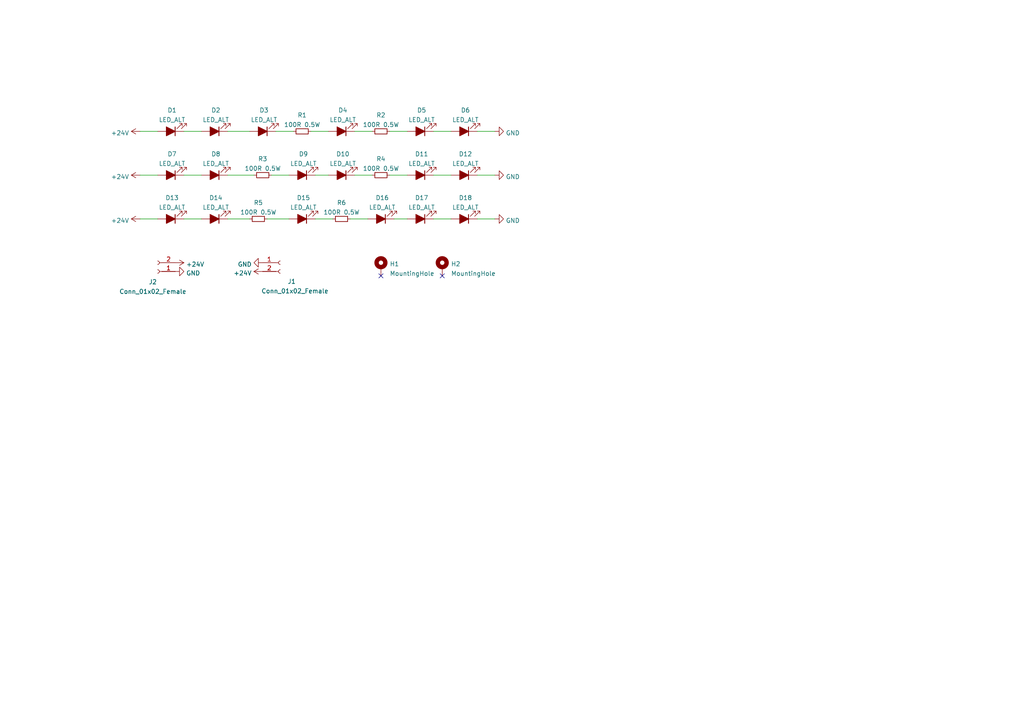
<source format=kicad_sch>
(kicad_sch (version 20211123) (generator eeschema)

  (uuid ffae2730-2409-4a52-a3a6-82e57daee1eb)

  (paper "A4")

  (lib_symbols
    (symbol "Connector:Conn_01x02_Female" (pin_names (offset 1.016) hide) (in_bom yes) (on_board yes)
      (property "Reference" "J" (id 0) (at 0 2.54 0)
        (effects (font (size 1.27 1.27)))
      )
      (property "Value" "Conn_01x02_Female" (id 1) (at 0 -5.08 0)
        (effects (font (size 1.27 1.27)))
      )
      (property "Footprint" "" (id 2) (at 0 0 0)
        (effects (font (size 1.27 1.27)) hide)
      )
      (property "Datasheet" "~" (id 3) (at 0 0 0)
        (effects (font (size 1.27 1.27)) hide)
      )
      (property "ki_keywords" "connector" (id 4) (at 0 0 0)
        (effects (font (size 1.27 1.27)) hide)
      )
      (property "ki_description" "Generic connector, single row, 01x02, script generated (kicad-library-utils/schlib/autogen/connector/)" (id 5) (at 0 0 0)
        (effects (font (size 1.27 1.27)) hide)
      )
      (property "ki_fp_filters" "Connector*:*_1x??_*" (id 6) (at 0 0 0)
        (effects (font (size 1.27 1.27)) hide)
      )
      (symbol "Conn_01x02_Female_1_1"
        (arc (start 0 -2.032) (mid -0.508 -2.54) (end 0 -3.048)
          (stroke (width 0.1524) (type default) (color 0 0 0 0))
          (fill (type none))
        )
        (polyline
          (pts
            (xy -1.27 -2.54)
            (xy -0.508 -2.54)
          )
          (stroke (width 0.1524) (type default) (color 0 0 0 0))
          (fill (type none))
        )
        (polyline
          (pts
            (xy -1.27 0)
            (xy -0.508 0)
          )
          (stroke (width 0.1524) (type default) (color 0 0 0 0))
          (fill (type none))
        )
        (arc (start 0 0.508) (mid -0.508 0) (end 0 -0.508)
          (stroke (width 0.1524) (type default) (color 0 0 0 0))
          (fill (type none))
        )
        (pin passive line (at -5.08 0 0) (length 3.81)
          (name "Pin_1" (effects (font (size 1.27 1.27))))
          (number "1" (effects (font (size 1.27 1.27))))
        )
        (pin passive line (at -5.08 -2.54 0) (length 3.81)
          (name "Pin_2" (effects (font (size 1.27 1.27))))
          (number "2" (effects (font (size 1.27 1.27))))
        )
      )
    )
    (symbol "Device:LED_ALT" (pin_numbers hide) (pin_names (offset 1.016) hide) (in_bom yes) (on_board yes)
      (property "Reference" "D" (id 0) (at 0 2.54 0)
        (effects (font (size 1.27 1.27)))
      )
      (property "Value" "LED_ALT" (id 1) (at 0 -2.54 0)
        (effects (font (size 1.27 1.27)))
      )
      (property "Footprint" "" (id 2) (at 0 0 0)
        (effects (font (size 1.27 1.27)) hide)
      )
      (property "Datasheet" "~" (id 3) (at 0 0 0)
        (effects (font (size 1.27 1.27)) hide)
      )
      (property "ki_keywords" "LED diode" (id 4) (at 0 0 0)
        (effects (font (size 1.27 1.27)) hide)
      )
      (property "ki_description" "Light emitting diode, filled shape" (id 5) (at 0 0 0)
        (effects (font (size 1.27 1.27)) hide)
      )
      (property "ki_fp_filters" "LED* LED_SMD:* LED_THT:*" (id 6) (at 0 0 0)
        (effects (font (size 1.27 1.27)) hide)
      )
      (symbol "LED_ALT_0_1"
        (polyline
          (pts
            (xy -1.27 -1.27)
            (xy -1.27 1.27)
          )
          (stroke (width 0.254) (type default) (color 0 0 0 0))
          (fill (type none))
        )
        (polyline
          (pts
            (xy -1.27 0)
            (xy 1.27 0)
          )
          (stroke (width 0) (type default) (color 0 0 0 0))
          (fill (type none))
        )
        (polyline
          (pts
            (xy 1.27 -1.27)
            (xy 1.27 1.27)
            (xy -1.27 0)
            (xy 1.27 -1.27)
          )
          (stroke (width 0.254) (type default) (color 0 0 0 0))
          (fill (type outline))
        )
        (polyline
          (pts
            (xy -3.048 -0.762)
            (xy -4.572 -2.286)
            (xy -3.81 -2.286)
            (xy -4.572 -2.286)
            (xy -4.572 -1.524)
          )
          (stroke (width 0) (type default) (color 0 0 0 0))
          (fill (type none))
        )
        (polyline
          (pts
            (xy -1.778 -0.762)
            (xy -3.302 -2.286)
            (xy -2.54 -2.286)
            (xy -3.302 -2.286)
            (xy -3.302 -1.524)
          )
          (stroke (width 0) (type default) (color 0 0 0 0))
          (fill (type none))
        )
      )
      (symbol "LED_ALT_1_1"
        (pin passive line (at -3.81 0 0) (length 2.54)
          (name "K" (effects (font (size 1.27 1.27))))
          (number "1" (effects (font (size 1.27 1.27))))
        )
        (pin passive line (at 3.81 0 180) (length 2.54)
          (name "A" (effects (font (size 1.27 1.27))))
          (number "2" (effects (font (size 1.27 1.27))))
        )
      )
    )
    (symbol "Device:R_Small" (pin_numbers hide) (pin_names (offset 0.254) hide) (in_bom yes) (on_board yes)
      (property "Reference" "R" (id 0) (at 0.762 0.508 0)
        (effects (font (size 1.27 1.27)) (justify left))
      )
      (property "Value" "R_Small" (id 1) (at 0.762 -1.016 0)
        (effects (font (size 1.27 1.27)) (justify left))
      )
      (property "Footprint" "" (id 2) (at 0 0 0)
        (effects (font (size 1.27 1.27)) hide)
      )
      (property "Datasheet" "~" (id 3) (at 0 0 0)
        (effects (font (size 1.27 1.27)) hide)
      )
      (property "ki_keywords" "R resistor" (id 4) (at 0 0 0)
        (effects (font (size 1.27 1.27)) hide)
      )
      (property "ki_description" "Resistor, small symbol" (id 5) (at 0 0 0)
        (effects (font (size 1.27 1.27)) hide)
      )
      (property "ki_fp_filters" "R_*" (id 6) (at 0 0 0)
        (effects (font (size 1.27 1.27)) hide)
      )
      (symbol "R_Small_0_1"
        (rectangle (start -0.762 1.778) (end 0.762 -1.778)
          (stroke (width 0.2032) (type default) (color 0 0 0 0))
          (fill (type none))
        )
      )
      (symbol "R_Small_1_1"
        (pin passive line (at 0 2.54 270) (length 0.762)
          (name "~" (effects (font (size 1.27 1.27))))
          (number "1" (effects (font (size 1.27 1.27))))
        )
        (pin passive line (at 0 -2.54 90) (length 0.762)
          (name "~" (effects (font (size 1.27 1.27))))
          (number "2" (effects (font (size 1.27 1.27))))
        )
      )
    )
    (symbol "Mechanical:MountingHole_Pad" (pin_numbers hide) (pin_names (offset 1.016) hide) (in_bom yes) (on_board yes)
      (property "Reference" "H" (id 0) (at 0 6.35 0)
        (effects (font (size 1.27 1.27)))
      )
      (property "Value" "MountingHole_Pad" (id 1) (at 0 4.445 0)
        (effects (font (size 1.27 1.27)))
      )
      (property "Footprint" "" (id 2) (at 0 0 0)
        (effects (font (size 1.27 1.27)) hide)
      )
      (property "Datasheet" "~" (id 3) (at 0 0 0)
        (effects (font (size 1.27 1.27)) hide)
      )
      (property "ki_keywords" "mounting hole" (id 4) (at 0 0 0)
        (effects (font (size 1.27 1.27)) hide)
      )
      (property "ki_description" "Mounting Hole with connection" (id 5) (at 0 0 0)
        (effects (font (size 1.27 1.27)) hide)
      )
      (property "ki_fp_filters" "MountingHole*Pad*" (id 6) (at 0 0 0)
        (effects (font (size 1.27 1.27)) hide)
      )
      (symbol "MountingHole_Pad_0_1"
        (circle (center 0 1.27) (radius 1.27)
          (stroke (width 1.27) (type default) (color 0 0 0 0))
          (fill (type none))
        )
      )
      (symbol "MountingHole_Pad_1_1"
        (pin input line (at 0 -2.54 90) (length 2.54)
          (name "1" (effects (font (size 1.27 1.27))))
          (number "1" (effects (font (size 1.27 1.27))))
        )
      )
    )
    (symbol "power:+24V" (power) (pin_names (offset 0)) (in_bom yes) (on_board yes)
      (property "Reference" "#PWR" (id 0) (at 0 -3.81 0)
        (effects (font (size 1.27 1.27)) hide)
      )
      (property "Value" "+24V" (id 1) (at 0 3.556 0)
        (effects (font (size 1.27 1.27)))
      )
      (property "Footprint" "" (id 2) (at 0 0 0)
        (effects (font (size 1.27 1.27)) hide)
      )
      (property "Datasheet" "" (id 3) (at 0 0 0)
        (effects (font (size 1.27 1.27)) hide)
      )
      (property "ki_keywords" "power-flag" (id 4) (at 0 0 0)
        (effects (font (size 1.27 1.27)) hide)
      )
      (property "ki_description" "Power symbol creates a global label with name \"+24V\"" (id 5) (at 0 0 0)
        (effects (font (size 1.27 1.27)) hide)
      )
      (symbol "+24V_0_1"
        (polyline
          (pts
            (xy -0.762 1.27)
            (xy 0 2.54)
          )
          (stroke (width 0) (type default) (color 0 0 0 0))
          (fill (type none))
        )
        (polyline
          (pts
            (xy 0 0)
            (xy 0 2.54)
          )
          (stroke (width 0) (type default) (color 0 0 0 0))
          (fill (type none))
        )
        (polyline
          (pts
            (xy 0 2.54)
            (xy 0.762 1.27)
          )
          (stroke (width 0) (type default) (color 0 0 0 0))
          (fill (type none))
        )
      )
      (symbol "+24V_1_1"
        (pin power_in line (at 0 0 90) (length 0) hide
          (name "+24V" (effects (font (size 1.27 1.27))))
          (number "1" (effects (font (size 1.27 1.27))))
        )
      )
    )
    (symbol "power:GND" (power) (pin_names (offset 0)) (in_bom yes) (on_board yes)
      (property "Reference" "#PWR" (id 0) (at 0 -6.35 0)
        (effects (font (size 1.27 1.27)) hide)
      )
      (property "Value" "GND" (id 1) (at 0 -3.81 0)
        (effects (font (size 1.27 1.27)))
      )
      (property "Footprint" "" (id 2) (at 0 0 0)
        (effects (font (size 1.27 1.27)) hide)
      )
      (property "Datasheet" "" (id 3) (at 0 0 0)
        (effects (font (size 1.27 1.27)) hide)
      )
      (property "ki_keywords" "power-flag" (id 4) (at 0 0 0)
        (effects (font (size 1.27 1.27)) hide)
      )
      (property "ki_description" "Power symbol creates a global label with name \"GND\" , ground" (id 5) (at 0 0 0)
        (effects (font (size 1.27 1.27)) hide)
      )
      (symbol "GND_0_1"
        (polyline
          (pts
            (xy 0 0)
            (xy 0 -1.27)
            (xy 1.27 -1.27)
            (xy 0 -2.54)
            (xy -1.27 -1.27)
            (xy 0 -1.27)
          )
          (stroke (width 0) (type default) (color 0 0 0 0))
          (fill (type none))
        )
      )
      (symbol "GND_1_1"
        (pin power_in line (at 0 0 270) (length 0) hide
          (name "GND" (effects (font (size 1.27 1.27))))
          (number "1" (effects (font (size 1.27 1.27))))
        )
      )
    )
  )


  (no_connect (at 128.27 80.01) (uuid fee09b9f-5e2e-41f4-b3d6-58f4f86e1276))
  (no_connect (at 110.49 80.01) (uuid fee09b9f-5e2e-41f4-b3d6-58f4f86e1276))

  (wire (pts (xy 125.73 50.8) (xy 130.81 50.8))
    (stroke (width 0) (type default) (color 0 0 0 0))
    (uuid 10e5ec22-33c8-4202-9302-04911318194d)
  )
  (wire (pts (xy 113.03 50.8) (xy 118.11 50.8))
    (stroke (width 0) (type default) (color 0 0 0 0))
    (uuid 1f6d2afc-b6a5-48d2-b0f6-edf18efdaa7a)
  )
  (wire (pts (xy 77.47 63.5) (xy 83.82 63.5))
    (stroke (width 0) (type default) (color 0 0 0 0))
    (uuid 49edb152-dc25-4900-a746-fd05c9563994)
  )
  (wire (pts (xy 138.43 38.1) (xy 143.51 38.1))
    (stroke (width 0) (type default) (color 0 0 0 0))
    (uuid 50e3d772-53ed-42b0-9d02-33fa2bb3f485)
  )
  (wire (pts (xy 53.34 63.5) (xy 58.42 63.5))
    (stroke (width 0) (type default) (color 0 0 0 0))
    (uuid 5830bcaa-92fa-45ae-896f-638ab9cbfebc)
  )
  (wire (pts (xy 66.04 38.1) (xy 72.39 38.1))
    (stroke (width 0) (type default) (color 0 0 0 0))
    (uuid 6a090243-23d0-4d94-bc40-a08fc1587a93)
  )
  (wire (pts (xy 91.44 63.5) (xy 96.52 63.5))
    (stroke (width 0) (type default) (color 0 0 0 0))
    (uuid 6fc5f1b2-c131-42b2-aa27-a547bd909f16)
  )
  (wire (pts (xy 125.73 38.1) (xy 130.81 38.1))
    (stroke (width 0) (type default) (color 0 0 0 0))
    (uuid 874f4215-b491-4d50-86ba-93cb3429fd59)
  )
  (wire (pts (xy 40.64 63.5) (xy 45.72 63.5))
    (stroke (width 0) (type default) (color 0 0 0 0))
    (uuid 8b4cda90-f9cc-42f6-8e7a-569208f5a12c)
  )
  (wire (pts (xy 53.34 38.1) (xy 58.42 38.1))
    (stroke (width 0) (type default) (color 0 0 0 0))
    (uuid 8d24dd30-982c-4172-8312-aace0840516b)
  )
  (wire (pts (xy 91.44 50.8) (xy 95.25 50.8))
    (stroke (width 0) (type default) (color 0 0 0 0))
    (uuid 9278a8ed-b03a-4b8b-a086-8a3b84542815)
  )
  (wire (pts (xy 101.6 63.5) (xy 106.68 63.5))
    (stroke (width 0) (type default) (color 0 0 0 0))
    (uuid 967a411f-15cf-47eb-a8f7-988855eb14eb)
  )
  (wire (pts (xy 78.74 50.8) (xy 83.82 50.8))
    (stroke (width 0) (type default) (color 0 0 0 0))
    (uuid 9bd092f9-dcb2-402d-b2bc-a7e7f0ac8ffe)
  )
  (wire (pts (xy 138.43 50.8) (xy 143.51 50.8))
    (stroke (width 0) (type default) (color 0 0 0 0))
    (uuid a18642d7-a249-4795-b0d4-68e69d9c3f93)
  )
  (wire (pts (xy 138.43 63.5) (xy 143.51 63.5))
    (stroke (width 0) (type default) (color 0 0 0 0))
    (uuid bbe406c5-26e0-400f-aefe-c8f342ff1592)
  )
  (wire (pts (xy 40.64 38.1) (xy 45.72 38.1))
    (stroke (width 0) (type default) (color 0 0 0 0))
    (uuid c065514e-444c-432d-b092-364a738b0278)
  )
  (wire (pts (xy 102.87 38.1) (xy 107.95 38.1))
    (stroke (width 0) (type default) (color 0 0 0 0))
    (uuid c3db5503-674d-4f7f-9410-42ca6ea10b70)
  )
  (wire (pts (xy 114.3 63.5) (xy 118.11 63.5))
    (stroke (width 0) (type default) (color 0 0 0 0))
    (uuid c5be655f-7437-409c-a3ce-34a1723f52f9)
  )
  (wire (pts (xy 90.17 38.1) (xy 95.25 38.1))
    (stroke (width 0) (type default) (color 0 0 0 0))
    (uuid c7e226ad-ab12-477d-9992-12d58ccab4d1)
  )
  (wire (pts (xy 102.87 50.8) (xy 107.95 50.8))
    (stroke (width 0) (type default) (color 0 0 0 0))
    (uuid cc362835-8f99-440f-ae5d-b64cf6b499c5)
  )
  (wire (pts (xy 66.04 63.5) (xy 72.39 63.5))
    (stroke (width 0) (type default) (color 0 0 0 0))
    (uuid d2ea1f06-7c83-4efd-8059-548659db7f64)
  )
  (wire (pts (xy 125.73 63.5) (xy 130.81 63.5))
    (stroke (width 0) (type default) (color 0 0 0 0))
    (uuid d5567e33-389b-4f68-a0d5-4a948e7d45b2)
  )
  (wire (pts (xy 53.34 50.8) (xy 58.42 50.8))
    (stroke (width 0) (type default) (color 0 0 0 0))
    (uuid d7babace-f110-44bd-87ec-48ef07556be5)
  )
  (wire (pts (xy 66.04 50.8) (xy 73.66 50.8))
    (stroke (width 0) (type default) (color 0 0 0 0))
    (uuid e71d1780-af9e-42e8-9c90-208f95ee8e0b)
  )
  (wire (pts (xy 40.64 50.8) (xy 45.72 50.8))
    (stroke (width 0) (type default) (color 0 0 0 0))
    (uuid e79f46f4-f769-470f-888e-26dc42aebd46)
  )
  (wire (pts (xy 113.03 38.1) (xy 118.11 38.1))
    (stroke (width 0) (type default) (color 0 0 0 0))
    (uuid f5c3576f-f1fe-402d-a93f-4ce218fb3b81)
  )
  (wire (pts (xy 80.01 38.1) (xy 85.09 38.1))
    (stroke (width 0) (type default) (color 0 0 0 0))
    (uuid ffa8e230-7060-41c4-9129-62c3412cbd14)
  )

  (symbol (lib_id "Connector:Conn_01x02_Female") (at 45.72 78.74 180) (unit 1)
    (in_bom yes) (on_board yes)
    (uuid 0254d6dc-cd85-4486-81eb-8cfed05470db)
    (property "Reference" "J2" (id 0) (at 44.3357 81.7839 0))
    (property "Value" "Conn_01x02_Female" (id 1) (at 44.3357 84.559 0))
    (property "Footprint" "Daylight:PinHeader_1x02_P2.54mm_Horizontal" (id 2) (at 45.72 78.74 0)
      (effects (font (size 1.27 1.27)) hide)
    )
    (property "Datasheet" "~" (id 3) (at 45.72 78.74 0)
      (effects (font (size 1.27 1.27)) hide)
    )
    (pin "1" (uuid 81d5fff5-2ce6-48b1-820b-dd1f4effbbc4))
    (pin "2" (uuid 17ee3d61-0dd7-468b-844d-8fad315777a8))
  )

  (symbol (lib_id "Device:LED_ALT") (at 62.23 50.8 180) (unit 1)
    (in_bom yes) (on_board yes) (fields_autoplaced)
    (uuid 06d84841-b2cb-4f7a-9b7e-23d6cc512d11)
    (property "Reference" "D8" (id 0) (at 62.6109 44.6745 0))
    (property "Value" "LED_ALT" (id 1) (at 62.6109 47.4496 0))
    (property "Footprint" "Daylight:LED_PLCC_2835_Handsoldering_flipped" (id 2) (at 62.23 50.8 0)
      (effects (font (size 1.27 1.27)) hide)
    )
    (property "Datasheet" "~" (id 3) (at 62.23 50.8 0)
      (effects (font (size 1.27 1.27)) hide)
    )
    (property "LCSC" "C182223" (id 4) (at 49.53 38.1 0)
      (effects (font (size 1.27 1.27)) hide)
    )
    (pin "1" (uuid 637d6a13-8db2-407d-a9fc-b8100f906248))
    (pin "2" (uuid b1eceb03-ecf9-4e6e-ba05-d127920dcc69))
  )

  (symbol (lib_id "Device:LED_ALT") (at 49.53 63.5 180) (unit 1)
    (in_bom yes) (on_board yes) (fields_autoplaced)
    (uuid 087addda-d5cd-4969-a211-d4995e81a91e)
    (property "Reference" "D13" (id 0) (at 49.9109 57.3745 0))
    (property "Value" "LED_ALT" (id 1) (at 49.9109 60.1496 0))
    (property "Footprint" "Daylight:LED_PLCC_2835_Handsoldering_flipped" (id 2) (at 49.53 63.5 0)
      (effects (font (size 1.27 1.27)) hide)
    )
    (property "Datasheet" "~" (id 3) (at 49.53 63.5 0)
      (effects (font (size 1.27 1.27)) hide)
    )
    (property "LCSC" "C182223" (id 4) (at 49.53 38.1 0)
      (effects (font (size 1.27 1.27)) hide)
    )
    (pin "1" (uuid 810e03ae-54f1-4941-8ea0-86809a178254))
    (pin "2" (uuid e1b61cd2-0ca8-4c61-b3b1-9ab1514289c1))
  )

  (symbol (lib_id "power:GND") (at 143.51 50.8 90) (unit 1)
    (in_bom yes) (on_board yes) (fields_autoplaced)
    (uuid 0aa48c9f-d4b9-4c14-98e0-b3c2cbdd1566)
    (property "Reference" "#PWR0102" (id 0) (at 149.86 50.8 0)
      (effects (font (size 1.27 1.27)) hide)
    )
    (property "Value" "GND" (id 1) (at 146.685 51.279 90)
      (effects (font (size 1.27 1.27)) (justify right))
    )
    (property "Footprint" "" (id 2) (at 143.51 50.8 0)
      (effects (font (size 1.27 1.27)) hide)
    )
    (property "Datasheet" "" (id 3) (at 143.51 50.8 0)
      (effects (font (size 1.27 1.27)) hide)
    )
    (pin "1" (uuid 8d4ceb3e-b340-41cc-949c-b627fda33a84))
  )

  (symbol (lib_id "power:GND") (at 143.51 63.5 90) (unit 1)
    (in_bom yes) (on_board yes) (fields_autoplaced)
    (uuid 0df9047c-7fb7-4ad1-b10c-290140af856d)
    (property "Reference" "#PWR0103" (id 0) (at 149.86 63.5 0)
      (effects (font (size 1.27 1.27)) hide)
    )
    (property "Value" "GND" (id 1) (at 146.685 63.979 90)
      (effects (font (size 1.27 1.27)) (justify right))
    )
    (property "Footprint" "" (id 2) (at 143.51 63.5 0)
      (effects (font (size 1.27 1.27)) hide)
    )
    (property "Datasheet" "" (id 3) (at 143.51 63.5 0)
      (effects (font (size 1.27 1.27)) hide)
    )
    (pin "1" (uuid 14bf96a6-01e0-4315-8407-b83fc8c06e4d))
  )

  (symbol (lib_id "Device:R_Small") (at 74.93 63.5 270) (unit 1)
    (in_bom yes) (on_board yes) (fields_autoplaced)
    (uuid 1242236b-2e74-4c5a-89db-9f6c74b5a4cc)
    (property "Reference" "R5" (id 0) (at 74.93 58.7969 90))
    (property "Value" "100R 0.5W" (id 1) (at 74.93 61.572 90))
    (property "Footprint" "Daylight:R_1210_3225Metric_Pad1.30x2.65mm_HandSolder" (id 2) (at 74.93 63.5 0)
      (effects (font (size 1.27 1.27)) hide)
    )
    (property "Datasheet" "~" (id 3) (at 74.93 63.5 0)
      (effects (font (size 1.27 1.27)) hide)
    )
    (property "LCSC" "C137089" (id 4) (at 49.53 38.1 0)
      (effects (font (size 1.27 1.27)) hide)
    )
    (pin "1" (uuid eaf7024a-cfec-4fa3-b7bb-0c333d511f3d))
    (pin "2" (uuid 62fa2b92-0304-4835-b02a-6a20ce580e11))
  )

  (symbol (lib_id "power:GND") (at 50.8 78.74 90) (unit 1)
    (in_bom yes) (on_board yes) (fields_autoplaced)
    (uuid 15200114-c51a-4499-97e2-8f516170757e)
    (property "Reference" "#PWR0107" (id 0) (at 57.15 78.74 0)
      (effects (font (size 1.27 1.27)) hide)
    )
    (property "Value" "GND" (id 1) (at 53.975 79.219 90)
      (effects (font (size 1.27 1.27)) (justify right))
    )
    (property "Footprint" "" (id 2) (at 50.8 78.74 0)
      (effects (font (size 1.27 1.27)) hide)
    )
    (property "Datasheet" "" (id 3) (at 50.8 78.74 0)
      (effects (font (size 1.27 1.27)) hide)
    )
    (pin "1" (uuid 8f563896-33e4-4970-82b8-ba10452d871d))
  )

  (symbol (lib_id "Device:LED_ALT") (at 134.62 63.5 180) (unit 1)
    (in_bom yes) (on_board yes) (fields_autoplaced)
    (uuid 1590b949-7fd4-4fa5-a297-204f463d5508)
    (property "Reference" "D18" (id 0) (at 135.0009 57.3745 0))
    (property "Value" "LED_ALT" (id 1) (at 135.0009 60.1496 0))
    (property "Footprint" "Daylight:LED_PLCC_2835_Handsoldering_flipped" (id 2) (at 134.62 63.5 0)
      (effects (font (size 1.27 1.27)) hide)
    )
    (property "Datasheet" "~" (id 3) (at 134.62 63.5 0)
      (effects (font (size 1.27 1.27)) hide)
    )
    (property "LCSC" "C182223" (id 4) (at 49.53 38.1 0)
      (effects (font (size 1.27 1.27)) hide)
    )
    (pin "1" (uuid 4acded86-0296-4828-9c86-06768c4e3c61))
    (pin "2" (uuid d30c9e61-08e4-453a-a0ec-8a5b87475dba))
  )

  (symbol (lib_id "Device:LED_ALT") (at 110.49 63.5 180) (unit 1)
    (in_bom yes) (on_board yes) (fields_autoplaced)
    (uuid 1cf6ee47-95e2-4dfb-a9ac-e7498c710993)
    (property "Reference" "D16" (id 0) (at 110.8709 57.3745 0))
    (property "Value" "LED_ALT" (id 1) (at 110.8709 60.1496 0))
    (property "Footprint" "Daylight:LED_PLCC_2835_Handsoldering_flipped" (id 2) (at 110.49 63.5 0)
      (effects (font (size 1.27 1.27)) hide)
    )
    (property "Datasheet" "~" (id 3) (at 110.49 63.5 0)
      (effects (font (size 1.27 1.27)) hide)
    )
    (property "LCSC" "C182223" (id 4) (at 49.53 38.1 0)
      (effects (font (size 1.27 1.27)) hide)
    )
    (pin "1" (uuid 30eb317e-36e9-4c2c-b0df-fe06a90b5565))
    (pin "2" (uuid 38bc3bdf-76fb-4d07-964a-c54ff47569e1))
  )

  (symbol (lib_id "Device:LED_ALT") (at 76.2 38.1 180) (unit 1)
    (in_bom yes) (on_board yes) (fields_autoplaced)
    (uuid 29f3b13e-9806-46e5-a45b-c53319e5cc93)
    (property "Reference" "D3" (id 0) (at 76.5809 31.9745 0))
    (property "Value" "LED_ALT" (id 1) (at 76.5809 34.7496 0))
    (property "Footprint" "Daylight:LED_PLCC_2835_Handsoldering_flipped" (id 2) (at 76.2 38.1 0)
      (effects (font (size 1.27 1.27)) hide)
    )
    (property "Datasheet" "~" (id 3) (at 76.2 38.1 0)
      (effects (font (size 1.27 1.27)) hide)
    )
    (property "LCSC" "C182223" (id 4) (at 49.53 38.1 0)
      (effects (font (size 1.27 1.27)) hide)
    )
    (pin "1" (uuid 3d78f2ed-2ef7-4ade-9f0a-ca261e4395f8))
    (pin "2" (uuid 10016b56-2e31-4f8f-a883-f0f10d942de1))
  )

  (symbol (lib_id "Device:LED_ALT") (at 87.63 50.8 180) (unit 1)
    (in_bom yes) (on_board yes) (fields_autoplaced)
    (uuid 35d0be1e-11a3-4f13-baad-8e3f7657e47c)
    (property "Reference" "D9" (id 0) (at 88.0109 44.6745 0))
    (property "Value" "LED_ALT" (id 1) (at 88.0109 47.4496 0))
    (property "Footprint" "Daylight:LED_PLCC_2835_Handsoldering_flipped" (id 2) (at 87.63 50.8 0)
      (effects (font (size 1.27 1.27)) hide)
    )
    (property "Datasheet" "~" (id 3) (at 87.63 50.8 0)
      (effects (font (size 1.27 1.27)) hide)
    )
    (property "LCSC" "C182223" (id 4) (at 49.53 38.1 0)
      (effects (font (size 1.27 1.27)) hide)
    )
    (pin "1" (uuid 1d2d82e9-8258-48b1-9b1a-a3531b9f106a))
    (pin "2" (uuid 3e9239ca-77f4-40d1-abbc-a5f3ed2e2249))
  )

  (symbol (lib_id "Device:LED_ALT") (at 62.23 38.1 180) (unit 1)
    (in_bom yes) (on_board yes) (fields_autoplaced)
    (uuid 37e34f3c-dc44-4cec-a342-5b746a2dad87)
    (property "Reference" "D2" (id 0) (at 62.6109 31.9745 0))
    (property "Value" "LED_ALT" (id 1) (at 62.6109 34.7496 0))
    (property "Footprint" "Daylight:LED_PLCC_2835_Handsoldering_flipped" (id 2) (at 62.23 38.1 0)
      (effects (font (size 1.27 1.27)) hide)
    )
    (property "Datasheet" "~" (id 3) (at 62.23 38.1 0)
      (effects (font (size 1.27 1.27)) hide)
    )
    (property "LCSC" "C182223" (id 4) (at 49.53 38.1 0)
      (effects (font (size 1.27 1.27)) hide)
    )
    (pin "1" (uuid b96935bf-0bb2-4667-8c0f-7c3daa19e305))
    (pin "2" (uuid eff25f74-3636-4f40-996e-9d25321484bf))
  )

  (symbol (lib_id "Device:R_Small") (at 76.2 50.8 270) (unit 1)
    (in_bom yes) (on_board yes) (fields_autoplaced)
    (uuid 38f008b9-2f3e-49f9-b56c-9e07a00c82b3)
    (property "Reference" "R3" (id 0) (at 76.2 46.0969 90))
    (property "Value" "100R 0.5W" (id 1) (at 76.2 48.872 90))
    (property "Footprint" "Daylight:R_1210_3225Metric_Pad1.30x2.65mm_HandSolder" (id 2) (at 76.2 50.8 0)
      (effects (font (size 1.27 1.27)) hide)
    )
    (property "Datasheet" "~" (id 3) (at 76.2 50.8 0)
      (effects (font (size 1.27 1.27)) hide)
    )
    (property "LCSC" "C137089" (id 4) (at 49.53 38.1 0)
      (effects (font (size 1.27 1.27)) hide)
    )
    (pin "1" (uuid 22fdb2d5-b580-4780-81d1-463972c6382f))
    (pin "2" (uuid 6ec26951-dd43-4458-bbe4-61d539481722))
  )

  (symbol (lib_id "Device:LED_ALT") (at 62.23 63.5 180) (unit 1)
    (in_bom yes) (on_board yes) (fields_autoplaced)
    (uuid 3997f850-eed3-42f5-99c7-5c4a7e3dfcc9)
    (property "Reference" "D14" (id 0) (at 62.6109 57.3745 0))
    (property "Value" "LED_ALT" (id 1) (at 62.6109 60.1496 0))
    (property "Footprint" "Daylight:LED_PLCC_2835_Handsoldering_flipped" (id 2) (at 62.23 63.5 0)
      (effects (font (size 1.27 1.27)) hide)
    )
    (property "Datasheet" "~" (id 3) (at 62.23 63.5 0)
      (effects (font (size 1.27 1.27)) hide)
    )
    (property "LCSC" "C182223" (id 4) (at 49.53 38.1 0)
      (effects (font (size 1.27 1.27)) hide)
    )
    (pin "1" (uuid 2184cd6c-1235-4ebd-9f42-94df93b020db))
    (pin "2" (uuid e1adfa75-9a25-45f3-8849-ba4a67af1e25))
  )

  (symbol (lib_id "Device:LED_ALT") (at 121.92 50.8 180) (unit 1)
    (in_bom yes) (on_board yes) (fields_autoplaced)
    (uuid 3a52a30a-2fec-46e7-97cd-fd60c0123483)
    (property "Reference" "D11" (id 0) (at 122.3009 44.6745 0))
    (property "Value" "LED_ALT" (id 1) (at 122.3009 47.4496 0))
    (property "Footprint" "Daylight:LED_PLCC_2835_Handsoldering_flipped" (id 2) (at 121.92 50.8 0)
      (effects (font (size 1.27 1.27)) hide)
    )
    (property "Datasheet" "~" (id 3) (at 121.92 50.8 0)
      (effects (font (size 1.27 1.27)) hide)
    )
    (property "LCSC" "C182223" (id 4) (at 49.53 38.1 0)
      (effects (font (size 1.27 1.27)) hide)
    )
    (pin "1" (uuid 74dd2304-c572-4540-b6fe-7b176d348661))
    (pin "2" (uuid 6c903a0e-b28e-4084-b309-41daee91899c))
  )

  (symbol (lib_id "power:+24V") (at 40.64 50.8 90) (unit 1)
    (in_bom yes) (on_board yes) (fields_autoplaced)
    (uuid 4368fbcc-22f4-40a5-b499-09551a302f2e)
    (property "Reference" "#PWR0105" (id 0) (at 44.45 50.8 0)
      (effects (font (size 1.27 1.27)) hide)
    )
    (property "Value" "+24V" (id 1) (at 37.465 51.279 90)
      (effects (font (size 1.27 1.27)) (justify left))
    )
    (property "Footprint" "" (id 2) (at 40.64 50.8 0)
      (effects (font (size 1.27 1.27)) hide)
    )
    (property "Datasheet" "" (id 3) (at 40.64 50.8 0)
      (effects (font (size 1.27 1.27)) hide)
    )
    (pin "1" (uuid 813549ac-406a-46c4-9748-e064063d652e))
  )

  (symbol (lib_id "Mechanical:MountingHole_Pad") (at 128.27 77.47 0) (unit 1)
    (in_bom no) (on_board yes) (fields_autoplaced)
    (uuid 467417df-54fa-4bae-86d9-b25a6339849f)
    (property "Reference" "H2" (id 0) (at 130.81 76.5615 0)
      (effects (font (size 1.27 1.27)) (justify left))
    )
    (property "Value" "MountingHole" (id 1) (at 130.81 79.3366 0)
      (effects (font (size 1.27 1.27)) (justify left))
    )
    (property "Footprint" "MountingHole:MountingHole_3.2mm_M3_Pad_Via" (id 2) (at 128.27 77.47 0)
      (effects (font (size 1.27 1.27)) hide)
    )
    (property "Datasheet" "~" (id 3) (at 128.27 77.47 0)
      (effects (font (size 1.27 1.27)) hide)
    )
    (pin "1" (uuid 42929db0-1935-46b8-b470-d61b03c5cdd2))
  )

  (symbol (lib_id "Device:LED_ALT") (at 49.53 38.1 180) (unit 1)
    (in_bom yes) (on_board yes) (fields_autoplaced)
    (uuid 5b4df7cd-3263-4b77-92ac-f299a3fa3156)
    (property "Reference" "D1" (id 0) (at 49.9109 31.9745 0))
    (property "Value" "LED_ALT" (id 1) (at 49.9109 34.7496 0))
    (property "Footprint" "Daylight:LED_PLCC_2835_Handsoldering_flipped" (id 2) (at 49.53 38.1 0)
      (effects (font (size 1.27 1.27)) hide)
    )
    (property "Datasheet" "~" (id 3) (at 49.53 38.1 0)
      (effects (font (size 1.27 1.27)) hide)
    )
    (property "LCSC" "C182223" (id 4) (at 49.53 38.1 0)
      (effects (font (size 1.27 1.27)) hide)
    )
    (pin "1" (uuid 8e5457ca-56a8-4f3d-a2bc-b072d0094f3a))
    (pin "2" (uuid 42223a26-32e3-4add-955b-735bbc22c74c))
  )

  (symbol (lib_id "Device:LED_ALT") (at 134.62 38.1 180) (unit 1)
    (in_bom yes) (on_board yes) (fields_autoplaced)
    (uuid 6075ff26-0bd1-4639-a3b7-30cdc88d4942)
    (property "Reference" "D6" (id 0) (at 135.0009 31.9745 0))
    (property "Value" "LED_ALT" (id 1) (at 135.0009 34.7496 0))
    (property "Footprint" "Daylight:LED_PLCC_2835_Handsoldering_flipped" (id 2) (at 134.62 38.1 0)
      (effects (font (size 1.27 1.27)) hide)
    )
    (property "Datasheet" "~" (id 3) (at 134.62 38.1 0)
      (effects (font (size 1.27 1.27)) hide)
    )
    (property "LCSC" "C182223" (id 4) (at 49.53 38.1 0)
      (effects (font (size 1.27 1.27)) hide)
    )
    (pin "1" (uuid e9b6b9e2-88f9-400b-87c6-591bf345dae7))
    (pin "2" (uuid 24f207e4-e7c9-438a-9063-c16cd5c1092b))
  )

  (symbol (lib_id "power:+24V") (at 76.2 78.74 90) (unit 1)
    (in_bom yes) (on_board yes) (fields_autoplaced)
    (uuid 670054fe-daa7-461d-9835-991e1706fd4b)
    (property "Reference" "#PWR0110" (id 0) (at 80.01 78.74 0)
      (effects (font (size 1.27 1.27)) hide)
    )
    (property "Value" "+24V" (id 1) (at 73.025 79.219 90)
      (effects (font (size 1.27 1.27)) (justify left))
    )
    (property "Footprint" "" (id 2) (at 76.2 78.74 0)
      (effects (font (size 1.27 1.27)) hide)
    )
    (property "Datasheet" "" (id 3) (at 76.2 78.74 0)
      (effects (font (size 1.27 1.27)) hide)
    )
    (pin "1" (uuid 7eefd352-412f-44f3-afba-a5db41ad9e86))
  )

  (symbol (lib_id "power:GND") (at 76.2 76.2 270) (unit 1)
    (in_bom yes) (on_board yes) (fields_autoplaced)
    (uuid 68f2f407-8038-4eae-b4be-410b8d45202b)
    (property "Reference" "#PWR0109" (id 0) (at 69.85 76.2 0)
      (effects (font (size 1.27 1.27)) hide)
    )
    (property "Value" "GND" (id 1) (at 73.025 76.679 90)
      (effects (font (size 1.27 1.27)) (justify right))
    )
    (property "Footprint" "" (id 2) (at 76.2 76.2 0)
      (effects (font (size 1.27 1.27)) hide)
    )
    (property "Datasheet" "" (id 3) (at 76.2 76.2 0)
      (effects (font (size 1.27 1.27)) hide)
    )
    (pin "1" (uuid a9f63523-f95c-4def-a398-3b03e385fc14))
  )

  (symbol (lib_id "power:+24V") (at 50.8 76.2 270) (unit 1)
    (in_bom yes) (on_board yes) (fields_autoplaced)
    (uuid 78371881-41f6-47b6-a2dd-62a0322cf4bf)
    (property "Reference" "#PWR0108" (id 0) (at 46.99 76.2 0)
      (effects (font (size 1.27 1.27)) hide)
    )
    (property "Value" "+24V" (id 1) (at 53.9749 76.679 90)
      (effects (font (size 1.27 1.27)) (justify left))
    )
    (property "Footprint" "" (id 2) (at 50.8 76.2 0)
      (effects (font (size 1.27 1.27)) hide)
    )
    (property "Datasheet" "" (id 3) (at 50.8 76.2 0)
      (effects (font (size 1.27 1.27)) hide)
    )
    (pin "1" (uuid 5d6bd54c-5288-4a8d-8ae8-853b550fbb85))
  )

  (symbol (lib_id "Device:LED_ALT") (at 134.62 50.8 180) (unit 1)
    (in_bom yes) (on_board yes) (fields_autoplaced)
    (uuid 7fbe4aa7-4ce4-4e66-931e-a3d15d8c7e2b)
    (property "Reference" "D12" (id 0) (at 135.0009 44.6745 0))
    (property "Value" "LED_ALT" (id 1) (at 135.0009 47.4496 0))
    (property "Footprint" "Daylight:LED_PLCC_2835_Handsoldering_flipped" (id 2) (at 134.62 50.8 0)
      (effects (font (size 1.27 1.27)) hide)
    )
    (property "Datasheet" "~" (id 3) (at 134.62 50.8 0)
      (effects (font (size 1.27 1.27)) hide)
    )
    (property "LCSC" "C182223" (id 4) (at 49.53 38.1 0)
      (effects (font (size 1.27 1.27)) hide)
    )
    (pin "1" (uuid d5d0cfea-e7f4-4986-ade5-2305a9002dcb))
    (pin "2" (uuid d32fe395-333b-4458-8458-6087b382decf))
  )

  (symbol (lib_id "Device:R_Small") (at 99.06 63.5 270) (unit 1)
    (in_bom yes) (on_board yes) (fields_autoplaced)
    (uuid 86e63c4f-5d2f-47fd-bb32-5ed5f1c821f0)
    (property "Reference" "R6" (id 0) (at 99.06 58.7969 90))
    (property "Value" "100R 0.5W" (id 1) (at 99.06 61.572 90))
    (property "Footprint" "Daylight:R_1210_3225Metric_Pad1.30x2.65mm_HandSolder" (id 2) (at 99.06 63.5 0)
      (effects (font (size 1.27 1.27)) hide)
    )
    (property "Datasheet" "~" (id 3) (at 99.06 63.5 0)
      (effects (font (size 1.27 1.27)) hide)
    )
    (property "LCSC" "C137089" (id 4) (at 49.53 38.1 0)
      (effects (font (size 1.27 1.27)) hide)
    )
    (pin "1" (uuid 40fede3c-f61f-454c-998a-03d06e0ead06))
    (pin "2" (uuid 618c7056-b0c5-4adb-9331-7640c784dc5c))
  )

  (symbol (lib_id "Device:LED_ALT") (at 99.06 38.1 180) (unit 1)
    (in_bom yes) (on_board yes) (fields_autoplaced)
    (uuid 8b9bc056-fcb9-45a1-955b-54dc12c456b3)
    (property "Reference" "D4" (id 0) (at 99.4409 31.9745 0))
    (property "Value" "LED_ALT" (id 1) (at 99.4409 34.7496 0))
    (property "Footprint" "Daylight:LED_PLCC_2835_Handsoldering_flipped" (id 2) (at 99.06 38.1 0)
      (effects (font (size 1.27 1.27)) hide)
    )
    (property "Datasheet" "~" (id 3) (at 99.06 38.1 0)
      (effects (font (size 1.27 1.27)) hide)
    )
    (property "LCSC" "C182223" (id 4) (at 49.53 38.1 0)
      (effects (font (size 1.27 1.27)) hide)
    )
    (pin "1" (uuid 7b4cd88b-74f5-4099-b194-eb1cec377a07))
    (pin "2" (uuid f5384dc5-522c-41d3-9c72-d3e64df31f51))
  )

  (symbol (lib_id "Device:LED_ALT") (at 121.92 38.1 180) (unit 1)
    (in_bom yes) (on_board yes) (fields_autoplaced)
    (uuid 93c52389-64a9-4d5a-bded-97b92d3b032b)
    (property "Reference" "D5" (id 0) (at 122.3009 31.9745 0))
    (property "Value" "LED_ALT" (id 1) (at 122.3009 34.7496 0))
    (property "Footprint" "Daylight:LED_PLCC_2835_Handsoldering_flipped" (id 2) (at 121.92 38.1 0)
      (effects (font (size 1.27 1.27)) hide)
    )
    (property "Datasheet" "~" (id 3) (at 121.92 38.1 0)
      (effects (font (size 1.27 1.27)) hide)
    )
    (property "LCSC" "C182223" (id 4) (at 49.53 38.1 0)
      (effects (font (size 1.27 1.27)) hide)
    )
    (pin "1" (uuid 8c7d068e-efbb-4489-924f-4f9c269d0165))
    (pin "2" (uuid 138e9749-20f5-428a-9c89-fdf3e4bc4e7b))
  )

  (symbol (lib_id "power:GND") (at 143.51 38.1 90) (unit 1)
    (in_bom yes) (on_board yes) (fields_autoplaced)
    (uuid 9466de14-2a58-4772-9352-ccf2c15fb216)
    (property "Reference" "#PWR0101" (id 0) (at 149.86 38.1 0)
      (effects (font (size 1.27 1.27)) hide)
    )
    (property "Value" "GND" (id 1) (at 146.685 38.579 90)
      (effects (font (size 1.27 1.27)) (justify right))
    )
    (property "Footprint" "" (id 2) (at 143.51 38.1 0)
      (effects (font (size 1.27 1.27)) hide)
    )
    (property "Datasheet" "" (id 3) (at 143.51 38.1 0)
      (effects (font (size 1.27 1.27)) hide)
    )
    (pin "1" (uuid 2e47aa48-a225-42a9-bf02-852b449959f9))
  )

  (symbol (lib_id "Device:R_Small") (at 87.63 38.1 270) (unit 1)
    (in_bom yes) (on_board yes) (fields_autoplaced)
    (uuid 94fb3a87-e6be-4c86-bae9-6e7f1293288c)
    (property "Reference" "R1" (id 0) (at 87.63 33.3969 90))
    (property "Value" "100R 0.5W" (id 1) (at 87.63 36.172 90))
    (property "Footprint" "Daylight:R_1210_3225Metric_Pad1.30x2.65mm_HandSolder" (id 2) (at 87.63 38.1 0)
      (effects (font (size 1.27 1.27)) hide)
    )
    (property "Datasheet" "~" (id 3) (at 87.63 38.1 0)
      (effects (font (size 1.27 1.27)) hide)
    )
    (property "LCSC" "C137089" (id 4) (at 49.53 38.1 0)
      (effects (font (size 1.27 1.27)) hide)
    )
    (pin "1" (uuid d09b2c82-4414-4f72-8442-fe9eccaf599e))
    (pin "2" (uuid 325a2caf-954d-407a-b78f-2d298bc7b477))
  )

  (symbol (lib_id "Device:R_Small") (at 110.49 38.1 270) (unit 1)
    (in_bom yes) (on_board yes) (fields_autoplaced)
    (uuid b912c418-e9b1-4e60-af6e-51ac80818d74)
    (property "Reference" "R2" (id 0) (at 110.49 33.3969 90))
    (property "Value" "100R 0.5W" (id 1) (at 110.49 36.172 90))
    (property "Footprint" "Daylight:R_1210_3225Metric_Pad1.30x2.65mm_HandSolder" (id 2) (at 110.49 38.1 0)
      (effects (font (size 1.27 1.27)) hide)
    )
    (property "Datasheet" "~" (id 3) (at 110.49 38.1 0)
      (effects (font (size 1.27 1.27)) hide)
    )
    (property "LCSC" "C137089" (id 4) (at 49.53 38.1 0)
      (effects (font (size 1.27 1.27)) hide)
    )
    (pin "1" (uuid dbed8943-da7b-4184-af7d-0c248b696a86))
    (pin "2" (uuid 3734bfd3-5f20-4276-b87e-9acf1f61f559))
  )

  (symbol (lib_id "power:+24V") (at 40.64 38.1 90) (unit 1)
    (in_bom yes) (on_board yes) (fields_autoplaced)
    (uuid c199e5c7-e630-4ef3-9928-534c256bc79b)
    (property "Reference" "#PWR0104" (id 0) (at 44.45 38.1 0)
      (effects (font (size 1.27 1.27)) hide)
    )
    (property "Value" "+24V" (id 1) (at 37.465 38.579 90)
      (effects (font (size 1.27 1.27)) (justify left))
    )
    (property "Footprint" "" (id 2) (at 40.64 38.1 0)
      (effects (font (size 1.27 1.27)) hide)
    )
    (property "Datasheet" "" (id 3) (at 40.64 38.1 0)
      (effects (font (size 1.27 1.27)) hide)
    )
    (pin "1" (uuid eb96934c-9fe6-42d1-9d2b-22f1c7ab821f))
  )

  (symbol (lib_id "power:+24V") (at 40.64 63.5 90) (unit 1)
    (in_bom yes) (on_board yes) (fields_autoplaced)
    (uuid c3b79101-0c90-44a4-9b2c-b54144f51051)
    (property "Reference" "#PWR0106" (id 0) (at 44.45 63.5 0)
      (effects (font (size 1.27 1.27)) hide)
    )
    (property "Value" "+24V" (id 1) (at 37.465 63.979 90)
      (effects (font (size 1.27 1.27)) (justify left))
    )
    (property "Footprint" "" (id 2) (at 40.64 63.5 0)
      (effects (font (size 1.27 1.27)) hide)
    )
    (property "Datasheet" "" (id 3) (at 40.64 63.5 0)
      (effects (font (size 1.27 1.27)) hide)
    )
    (pin "1" (uuid 410ddc69-8aad-4b79-a774-cee52f38b000))
  )

  (symbol (lib_id "Connector:Conn_01x02_Female") (at 81.28 76.2 0) (unit 1)
    (in_bom yes) (on_board yes)
    (uuid ccaefeec-b6db-46b5-a63e-064dd79cadf4)
    (property "Reference" "J1" (id 0) (at 83.4136 81.6415 0)
      (effects (font (size 1.27 1.27)) (justify left))
    )
    (property "Value" "Conn_01x02_Female" (id 1) (at 75.7936 84.4166 0)
      (effects (font (size 1.27 1.27)) (justify left))
    )
    (property "Footprint" "Daylight:PinHeader_1x02_P2.54mm_Horizontal_mirrored" (id 2) (at 81.28 76.2 0)
      (effects (font (size 1.27 1.27)) hide)
    )
    (property "Datasheet" "~" (id 3) (at 81.28 76.2 0)
      (effects (font (size 1.27 1.27)) hide)
    )
    (pin "1" (uuid a44695d2-2998-4550-96dd-354a503f5dff))
    (pin "2" (uuid 5f10ab30-02f1-4f46-b755-5d1b37c18268))
  )

  (symbol (lib_id "Mechanical:MountingHole_Pad") (at 110.49 77.47 0) (unit 1)
    (in_bom no) (on_board yes) (fields_autoplaced)
    (uuid ce281067-08be-4af0-9f4d-81d74dad7aa8)
    (property "Reference" "H1" (id 0) (at 113.03 76.5615 0)
      (effects (font (size 1.27 1.27)) (justify left))
    )
    (property "Value" "MountingHole" (id 1) (at 113.03 79.3366 0)
      (effects (font (size 1.27 1.27)) (justify left))
    )
    (property "Footprint" "MountingHole:MountingHole_3.2mm_M3_Pad_Via" (id 2) (at 110.49 77.47 0)
      (effects (font (size 1.27 1.27)) hide)
    )
    (property "Datasheet" "~" (id 3) (at 110.49 77.47 0)
      (effects (font (size 1.27 1.27)) hide)
    )
    (pin "1" (uuid 209e63f6-0c9b-41a3-ab91-960d5e315c79))
  )

  (symbol (lib_id "Device:R_Small") (at 110.49 50.8 270) (unit 1)
    (in_bom yes) (on_board yes) (fields_autoplaced)
    (uuid ded9e3dd-fe71-4335-9499-83e82ff8b51e)
    (property "Reference" "R4" (id 0) (at 110.49 46.0969 90))
    (property "Value" "100R 0.5W" (id 1) (at 110.49 48.872 90))
    (property "Footprint" "Daylight:R_1210_3225Metric_Pad1.30x2.65mm_HandSolder" (id 2) (at 110.49 50.8 0)
      (effects (font (size 1.27 1.27)) hide)
    )
    (property "Datasheet" "~" (id 3) (at 110.49 50.8 0)
      (effects (font (size 1.27 1.27)) hide)
    )
    (property "LCSC" "C137089" (id 4) (at 49.53 38.1 0)
      (effects (font (size 1.27 1.27)) hide)
    )
    (pin "1" (uuid 1ea3fd76-1d97-4c3c-8383-744f05335fdb))
    (pin "2" (uuid 2801b7b8-94a3-4a37-8b7b-4069243676fe))
  )

  (symbol (lib_id "Device:LED_ALT") (at 49.53 50.8 180) (unit 1)
    (in_bom yes) (on_board yes) (fields_autoplaced)
    (uuid e3d11dd0-0406-4573-964a-8997c435549a)
    (property "Reference" "D7" (id 0) (at 49.9109 44.6745 0))
    (property "Value" "LED_ALT" (id 1) (at 49.9109 47.4496 0))
    (property "Footprint" "Daylight:LED_PLCC_2835_Handsoldering_flipped" (id 2) (at 49.53 50.8 0)
      (effects (font (size 1.27 1.27)) hide)
    )
    (property "Datasheet" "~" (id 3) (at 49.53 50.8 0)
      (effects (font (size 1.27 1.27)) hide)
    )
    (property "LCSC" "C182223" (id 4) (at 49.53 38.1 0)
      (effects (font (size 1.27 1.27)) hide)
    )
    (pin "1" (uuid ef620af2-39f9-485b-a87c-c0f37c2440c7))
    (pin "2" (uuid 7ac04ce2-eb5b-418c-9105-6a2f8c7af407))
  )

  (symbol (lib_id "Device:LED_ALT") (at 87.63 63.5 180) (unit 1)
    (in_bom yes) (on_board yes) (fields_autoplaced)
    (uuid ea7845b2-5595-4caa-b585-a19c5fb11b1b)
    (property "Reference" "D15" (id 0) (at 88.0109 57.3745 0))
    (property "Value" "LED_ALT" (id 1) (at 88.0109 60.1496 0))
    (property "Footprint" "Daylight:LED_PLCC_2835_Handsoldering_flipped" (id 2) (at 87.63 63.5 0)
      (effects (font (size 1.27 1.27)) hide)
    )
    (property "Datasheet" "~" (id 3) (at 87.63 63.5 0)
      (effects (font (size 1.27 1.27)) hide)
    )
    (property "LCSC" "C182223" (id 4) (at 49.53 38.1 0)
      (effects (font (size 1.27 1.27)) hide)
    )
    (pin "1" (uuid cedc809e-970f-4b62-b1f9-8b10d3ddafb7))
    (pin "2" (uuid a7649b66-b55c-48f5-afb3-b7f6403a882f))
  )

  (symbol (lib_id "Device:LED_ALT") (at 121.92 63.5 180) (unit 1)
    (in_bom yes) (on_board yes) (fields_autoplaced)
    (uuid f9c0d5ec-a087-497e-a0e0-827b83ee6fc4)
    (property "Reference" "D17" (id 0) (at 122.3009 57.3745 0))
    (property "Value" "LED_ALT" (id 1) (at 122.3009 60.1496 0))
    (property "Footprint" "Daylight:LED_PLCC_2835_Handsoldering_flipped" (id 2) (at 121.92 63.5 0)
      (effects (font (size 1.27 1.27)) hide)
    )
    (property "Datasheet" "~" (id 3) (at 121.92 63.5 0)
      (effects (font (size 1.27 1.27)) hide)
    )
    (property "LCSC" "C182223" (id 4) (at 49.53 38.1 0)
      (effects (font (size 1.27 1.27)) hide)
    )
    (pin "1" (uuid 7d85bf0c-6544-4f15-8cb9-b4679a32f7b8))
    (pin "2" (uuid 2f65981c-8916-4895-9cf9-bb27ee30684e))
  )

  (symbol (lib_id "Device:LED_ALT") (at 99.06 50.8 180) (unit 1)
    (in_bom yes) (on_board yes) (fields_autoplaced)
    (uuid fba4a331-6aff-4bbc-91ed-8e24bbbfae6e)
    (property "Reference" "D10" (id 0) (at 99.4409 44.6745 0))
    (property "Value" "LED_ALT" (id 1) (at 99.4409 47.4496 0))
    (property "Footprint" "Daylight:LED_PLCC_2835_Handsoldering_flipped" (id 2) (at 99.06 50.8 0)
      (effects (font (size 1.27 1.27)) hide)
    )
    (property "Datasheet" "~" (id 3) (at 99.06 50.8 0)
      (effects (font (size 1.27 1.27)) hide)
    )
    (property "LCSC" "C182223" (id 4) (at 49.53 38.1 0)
      (effects (font (size 1.27 1.27)) hide)
    )
    (pin "1" (uuid 28d67a48-f7be-43be-a2bf-93d092a10df6))
    (pin "2" (uuid d7566689-6dfa-44a0-a92a-7b2b16b692f4))
  )

  (sheet_instances
    (path "/" (page "1"))
  )

  (symbol_instances
    (path "/9466de14-2a58-4772-9352-ccf2c15fb216"
      (reference "#PWR0101") (unit 1) (value "GND") (footprint "")
    )
    (path "/0aa48c9f-d4b9-4c14-98e0-b3c2cbdd1566"
      (reference "#PWR0102") (unit 1) (value "GND") (footprint "")
    )
    (path "/0df9047c-7fb7-4ad1-b10c-290140af856d"
      (reference "#PWR0103") (unit 1) (value "GND") (footprint "")
    )
    (path "/c199e5c7-e630-4ef3-9928-534c256bc79b"
      (reference "#PWR0104") (unit 1) (value "+24V") (footprint "")
    )
    (path "/4368fbcc-22f4-40a5-b499-09551a302f2e"
      (reference "#PWR0105") (unit 1) (value "+24V") (footprint "")
    )
    (path "/c3b79101-0c90-44a4-9b2c-b54144f51051"
      (reference "#PWR0106") (unit 1) (value "+24V") (footprint "")
    )
    (path "/15200114-c51a-4499-97e2-8f516170757e"
      (reference "#PWR0107") (unit 1) (value "GND") (footprint "")
    )
    (path "/78371881-41f6-47b6-a2dd-62a0322cf4bf"
      (reference "#PWR0108") (unit 1) (value "+24V") (footprint "")
    )
    (path "/68f2f407-8038-4eae-b4be-410b8d45202b"
      (reference "#PWR0109") (unit 1) (value "GND") (footprint "")
    )
    (path "/670054fe-daa7-461d-9835-991e1706fd4b"
      (reference "#PWR0110") (unit 1) (value "+24V") (footprint "")
    )
    (path "/5b4df7cd-3263-4b77-92ac-f299a3fa3156"
      (reference "D1") (unit 1) (value "LED_ALT") (footprint "Daylight:LED_PLCC_2835_Handsoldering_flipped")
    )
    (path "/37e34f3c-dc44-4cec-a342-5b746a2dad87"
      (reference "D2") (unit 1) (value "LED_ALT") (footprint "Daylight:LED_PLCC_2835_Handsoldering_flipped")
    )
    (path "/29f3b13e-9806-46e5-a45b-c53319e5cc93"
      (reference "D3") (unit 1) (value "LED_ALT") (footprint "Daylight:LED_PLCC_2835_Handsoldering_flipped")
    )
    (path "/8b9bc056-fcb9-45a1-955b-54dc12c456b3"
      (reference "D4") (unit 1) (value "LED_ALT") (footprint "Daylight:LED_PLCC_2835_Handsoldering_flipped")
    )
    (path "/93c52389-64a9-4d5a-bded-97b92d3b032b"
      (reference "D5") (unit 1) (value "LED_ALT") (footprint "Daylight:LED_PLCC_2835_Handsoldering_flipped")
    )
    (path "/6075ff26-0bd1-4639-a3b7-30cdc88d4942"
      (reference "D6") (unit 1) (value "LED_ALT") (footprint "Daylight:LED_PLCC_2835_Handsoldering_flipped")
    )
    (path "/e3d11dd0-0406-4573-964a-8997c435549a"
      (reference "D7") (unit 1) (value "LED_ALT") (footprint "Daylight:LED_PLCC_2835_Handsoldering_flipped")
    )
    (path "/06d84841-b2cb-4f7a-9b7e-23d6cc512d11"
      (reference "D8") (unit 1) (value "LED_ALT") (footprint "Daylight:LED_PLCC_2835_Handsoldering_flipped")
    )
    (path "/35d0be1e-11a3-4f13-baad-8e3f7657e47c"
      (reference "D9") (unit 1) (value "LED_ALT") (footprint "Daylight:LED_PLCC_2835_Handsoldering_flipped")
    )
    (path "/fba4a331-6aff-4bbc-91ed-8e24bbbfae6e"
      (reference "D10") (unit 1) (value "LED_ALT") (footprint "Daylight:LED_PLCC_2835_Handsoldering_flipped")
    )
    (path "/3a52a30a-2fec-46e7-97cd-fd60c0123483"
      (reference "D11") (unit 1) (value "LED_ALT") (footprint "Daylight:LED_PLCC_2835_Handsoldering_flipped")
    )
    (path "/7fbe4aa7-4ce4-4e66-931e-a3d15d8c7e2b"
      (reference "D12") (unit 1) (value "LED_ALT") (footprint "Daylight:LED_PLCC_2835_Handsoldering_flipped")
    )
    (path "/087addda-d5cd-4969-a211-d4995e81a91e"
      (reference "D13") (unit 1) (value "LED_ALT") (footprint "Daylight:LED_PLCC_2835_Handsoldering_flipped")
    )
    (path "/3997f850-eed3-42f5-99c7-5c4a7e3dfcc9"
      (reference "D14") (unit 1) (value "LED_ALT") (footprint "Daylight:LED_PLCC_2835_Handsoldering_flipped")
    )
    (path "/ea7845b2-5595-4caa-b585-a19c5fb11b1b"
      (reference "D15") (unit 1) (value "LED_ALT") (footprint "Daylight:LED_PLCC_2835_Handsoldering_flipped")
    )
    (path "/1cf6ee47-95e2-4dfb-a9ac-e7498c710993"
      (reference "D16") (unit 1) (value "LED_ALT") (footprint "Daylight:LED_PLCC_2835_Handsoldering_flipped")
    )
    (path "/f9c0d5ec-a087-497e-a0e0-827b83ee6fc4"
      (reference "D17") (unit 1) (value "LED_ALT") (footprint "Daylight:LED_PLCC_2835_Handsoldering_flipped")
    )
    (path "/1590b949-7fd4-4fa5-a297-204f463d5508"
      (reference "D18") (unit 1) (value "LED_ALT") (footprint "Daylight:LED_PLCC_2835_Handsoldering_flipped")
    )
    (path "/ce281067-08be-4af0-9f4d-81d74dad7aa8"
      (reference "H1") (unit 1) (value "MountingHole") (footprint "MountingHole:MountingHole_3.2mm_M3_Pad_Via")
    )
    (path "/467417df-54fa-4bae-86d9-b25a6339849f"
      (reference "H2") (unit 1) (value "MountingHole") (footprint "MountingHole:MountingHole_3.2mm_M3_Pad_Via")
    )
    (path "/ccaefeec-b6db-46b5-a63e-064dd79cadf4"
      (reference "J1") (unit 1) (value "Conn_01x02_Female") (footprint "Daylight:PinHeader_1x02_P2.54mm_Horizontal_mirrored")
    )
    (path "/0254d6dc-cd85-4486-81eb-8cfed05470db"
      (reference "J2") (unit 1) (value "Conn_01x02_Female") (footprint "Daylight:PinHeader_1x02_P2.54mm_Horizontal")
    )
    (path "/94fb3a87-e6be-4c86-bae9-6e7f1293288c"
      (reference "R1") (unit 1) (value "100R 0.5W") (footprint "Daylight:R_1210_3225Metric_Pad1.30x2.65mm_HandSolder")
    )
    (path "/b912c418-e9b1-4e60-af6e-51ac80818d74"
      (reference "R2") (unit 1) (value "100R 0.5W") (footprint "Daylight:R_1210_3225Metric_Pad1.30x2.65mm_HandSolder")
    )
    (path "/38f008b9-2f3e-49f9-b56c-9e07a00c82b3"
      (reference "R3") (unit 1) (value "100R 0.5W") (footprint "Daylight:R_1210_3225Metric_Pad1.30x2.65mm_HandSolder")
    )
    (path "/ded9e3dd-fe71-4335-9499-83e82ff8b51e"
      (reference "R4") (unit 1) (value "100R 0.5W") (footprint "Daylight:R_1210_3225Metric_Pad1.30x2.65mm_HandSolder")
    )
    (path "/1242236b-2e74-4c5a-89db-9f6c74b5a4cc"
      (reference "R5") (unit 1) (value "100R 0.5W") (footprint "Daylight:R_1210_3225Metric_Pad1.30x2.65mm_HandSolder")
    )
    (path "/86e63c4f-5d2f-47fd-bb32-5ed5f1c821f0"
      (reference "R6") (unit 1) (value "100R 0.5W") (footprint "Daylight:R_1210_3225Metric_Pad1.30x2.65mm_HandSolder")
    )
  )
)

</source>
